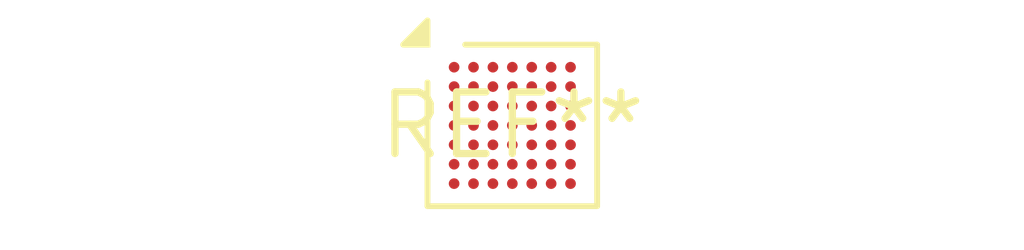
<source format=kicad_pcb>
(kicad_pcb (version 20240108) (generator pcbnew)
  (layers (0 "F.Cu" signal) (31 "B.Cu" signal) (34 "B.Paste" user) (35 "F.Paste" user) (36 "B.SilkS" user "B.Silkscreen") (37 "F.SilkS" user "F.Silkscreen") (38 "B.Mask" user) (39 "F.Mask" user) (44 "Edge.Cuts" user))
  (net 0 "")
  (footprint "ST_WLCSP-49_Die448" (layer "F.Cu") (at 0 0)
    (property "Reference" "REF**")
    (property "Value" "ST_WLCSP-49_Die448")
    (fp_line (start -1.7485 1.6645) (end -1.7485 -0.88725) (layer "F.SilkS") (stroke (width 0.12)))
    (fp_line (start -0.97125 -1.6645) (end 1.7485 -1.6645) (layer "F.SilkS") (stroke (width 0.12)))
    (fp_line (start 1.7485 -1.6645) (end 1.7485 1.6645) (layer "F.SilkS") (stroke (width 0.12)))
    (fp_line (start 1.7485 1.6645) (end -1.7485 1.6645) (layer "F.SilkS") (stroke (width 0.12)))
    (fp_poly (pts (xy -1.7485 -1.6645) (xy -2.2485 -1.6645) (xy -1.7485 -2.1645) (xy -1.7485 -1.6645)) (layer "F.SilkS") (stroke (width 0.12)) (fill solid))
    (pad "A1" smd circle (at -1.2 -1.2) (size 0.22 0.22) (property pad_prop_bga) (layers "F.Cu" "F.Paste" "F.Mask"))
    (pad "A2" smd circle (at -0.8 -1.2) (size 0.22 0.22) (property pad_prop_bga) (layers "F.Cu" "F.Paste" "F.Mask"))
    (pad "A3" smd circle (at -0.4 -1.2) (size 0.22 0.22) (property pad_prop_bga) (layers "F.Cu" "F.Paste" "F.Mask"))
    (pad "A4" smd circle (at 0 -1.2) (size 0.22 0.22) (property pad_prop_bga) (layers "F.Cu" "F.Paste" "F.Mask"))
    (pad "A5" smd circle (at 0.4 -1.2) (size 0.22 0.22) (property pad_prop_bga) (layers "F.Cu" "F.Paste" "F.Mask"))
    (pad "A6" smd circle (at 0.8 -1.2) (size 0.22 0.22) (property pad_prop_bga) (layers "F.Cu" "F.Paste" "F.Mask"))
    (pad "A7" smd circle (at 1.2 -1.2) (size 0.22 0.22) (property pad_prop_bga) (layers "F.Cu" "F.Paste" "F.Mask"))
    (pad "B1" smd circle (at -1.2 -0.8) (size 0.22 0.22) (property pad_prop_bga) (layers "F.Cu" "F.Paste" "F.Mask"))
    (pad "B2" smd circle (at -0.8 -0.8) (size 0.22 0.22) (property pad_prop_bga) (layers "F.Cu" "F.Paste" "F.Mask"))
    (pad "B3" smd circle (at -0.4 -0.8) (size 0.22 0.22) (property pad_prop_bga) (layers "F.Cu" "F.Paste" "F.Mask"))
    (pad "B4" smd circle (at 0 -0.8) (size 0.22 0.22) (property pad_prop_bga) (layers "F.Cu" "F.Paste" "F.Mask"))
    (pad "B5" smd circle (at 0.4 -0.8) (size 0.22 0.22) (property pad_prop_bga) (layers "F.Cu" "F.Paste" "F.Mask"))
    (pad "B6" smd circle (at 0.8 -0.8) (size 0.22 0.22) (property pad_prop_bga) (layers "F.Cu" "F.Paste" "F.Mask"))
    (pad "B7" smd circle (at 1.2 -0.8) (size 0.22 0.22) (property pad_prop_bga) (layers "F.Cu" "F.Paste" "F.Mask"))
    (pad "C1" smd circle (at -1.2 -0.4) (size 0.22 0.22) (property pad_prop_bga) (layers "F.Cu" "F.Paste" "F.Mask"))
    (pad "C2" smd circle (at -0.8 -0.4) (size 0.22 0.22) (property pad_prop_bga) (layers "F.Cu" "F.Paste" "F.Mask"))
    (pad "C3" smd circle (at -0.4 -0.4) (size 0.22 0.22) (property pad_prop_bga) (layers "F.Cu" "F.Paste" "F.Mask"))
    (pad "C4" smd circle (at 0 -0.4) (size 0.22 0.22) (property pad_prop_bga) (layers "F.Cu" "F.Paste" "F.Mask"))
    (pad "C5" smd circle (at 0.4 -0.4) (size 0.22 0.22) (property pad_prop_bga) (layers "F.Cu" "F.Paste" "F.Mask"))
    (pad "C6" smd circle (at 0.8 -0.4) (size 0.22 0.22) (property pad_prop_bga) (layers "F.Cu" "F.Paste" "F.Mask"))
    (pad "C7" smd circle (at 1.2 -0.4) (size 0.22 0.22) (property pad_prop_bga) (layers "F.Cu" "F.Paste" "F.Mask"))
    (pad "D1" smd circle (at -1.2 0) (size 0.22 0.22) (property pad_prop_bga) (layers "F.Cu" "F.Paste" "F.Mask"))
    (pad "D2" smd circle (at -0.8 0) (size 0.22 0.22) (property pad_prop_bga) (layers "F.Cu" "F.Paste" "F.Mask"))
    (pad "D3" smd circle (at -0.4 0) (size 0.22 0.22) (property pad_prop_bga) (layers "F.Cu" "F.Paste" "F.Mask"))
    (pad "D4" smd circle (at 0 0) (size 0.22 0.22) (property pad_prop_bga) (layers "F.Cu" "F.Paste" "F.Mask"))
    (pad "D5" smd circle (at 0.4 0) (size 0.22 0.22) (property pad_prop_bga) (layers "F.Cu" "F.Paste" "F.Mask"))
    (pad "D6" smd circle (at 0.8 0) (size 0.22 0.22) (property pad_prop_bga) (layers "F.Cu" "F.Paste" "F.Mask"))
    (pad "D7" smd circle (at 1.2 0) (size 0.22 0.22) (property pad_prop_bga) (layers "F.Cu" "F.Paste" "F.Mask"))
    (pad "E1" smd circle (at -1.2 0.4) (size 0.22 0.22) (property pad_prop_bga) (layers "F.Cu" "F.Paste" "F.Mask"))
    (pad "E2" smd circle (at -0.8 0.4) (size 0.22 0.22) (property pad_prop_bga) (layers "F.Cu" "F.Paste" "F.Mask"))
    (pad "E3" smd circle (at -0.4 0.4) (size 0.22 0.22) (property pad_prop_bga) (layers "F.Cu" "F.Paste" "F.Mask"))
    (pad "E4" smd circle (at 0 0.4) (size 0.22 0.22) (property pad_prop_bga) (layers "F.Cu" "F.Paste" "F.Mask"))
    (pad "E5" smd circle (at 0.4 0.4) (size 0.22 0.22) (property pad_prop_bga) (layers "F.Cu" "F.Paste" "F.Mask"))
    (pad "E6" smd circle (at 0.8 0.4) (size 0.22 0.22) (property pad_prop_bga) (layers "F.Cu" "F.Paste" "F.Mask"))
    (pad "E7" smd circle (at 1.2 0.4) (size 0.22 0.22) (property pad_prop_bga) (layers "F.Cu" "F.Paste" "F.Mask"))
    (pad "F1" smd circle (at -1.2 0.8) (size 0.22 0.22) (property pad_prop_bga) (layers "F.Cu" "F.Paste" "F.Mask"))
    (pad "F2" smd circle (at -0.8 0.8) (size 0.22 0.22) (property pad_prop_bga) (layers "F.Cu" "F.Paste" "F.Mask"))
    (pad "F3" smd circle (at -0.4 0.8) (size 0.22 0.22) (property pad_prop_bga) (layers "F.Cu" "F.Paste" "F.Mask"))
    (pad "F4" smd circle (at 0 0.8) (size 0.22 0.22) (property pad_prop_bga) (layers "F.Cu" "F.Paste" "F.Mask"))
    (pad "F5" smd circle (at 0.4 0.8) (size 0.22 0.22) (property pad_prop_bga) (layers "F.Cu" "F.Paste" "F.Mask"))
    (pad "F6" smd circle (at 0.8 0.8) (size 0.22 0.22) (property pad_prop_bga) (layers "F.Cu" "F.Paste" "F.Mask"))
    (pad "F7" smd circle (at 1.2 0.8) (size 0.22 0.22) (property pad_prop_bga) (layers "F.Cu" "F.Paste" "F.Mask"))
    (pad "G1" smd circle (at -1.2 1.2) (size 0.22 0.22) (property pad_prop_bga) (layers "F.Cu" "F.Paste" "F.Mask"))
    (pad "G2" smd circle (at -0.8 1.2) (size 0.22 0.22) (property pad_prop_bga) (layers "F.Cu" "F.Paste" "F.Mask"))
    (pad "G3" smd circle (at -0.4 1.2) (size 0.22 0.22) (property pad_prop_bga) (layers "F.Cu" "F.Paste" "F.Mask"))
    (pad "G4" smd circle (at 0 1.2) (size 0.22 0.22) (property pad_prop_bga) (layers "F.Cu" "F.Paste" "F.Mask"))
    (pad "G5" smd circle (at 0.4 1.2) (size 0.22 0.22) (property pad_prop_bga) (layers "F.Cu" "F.Paste" "F.Mask"))
    (pad "G6" smd circle (at 0.8 1.2) (size 0.22 0.22) (property pad_prop_bga) (layers "F.Cu" "F.Paste" "F.Mask"))
    (pad "G7" smd circle (at 1.2 1.2) (size 0.22 0.22) (property pad_prop_bga) (layers "F.Cu" "F.Paste" "F.Mask"))
  )
)
</source>
